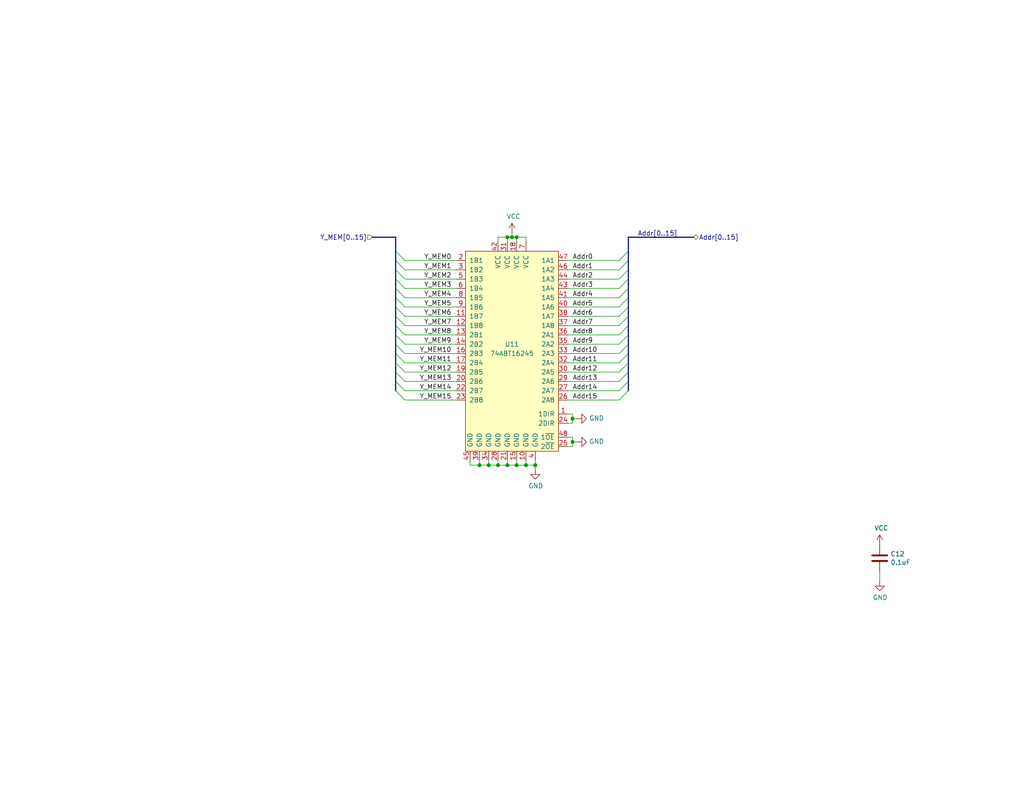
<source format=kicad_sch>
(kicad_sch (version 20250114) (generator "eeschema") (generator_version "9.0")
  (paper "USLetter")
  (title_block (title "MEM: Buffer ALUResult") (date "2025-07-01") (rev "A") (comment 4 "Buffer the effective address before it leaves the main board."))
  (lib_symbols
    (symbol "Device:C" (pin_numbers (hide yes)) (pin_names (offset 0.254))
      (property "Reference" "C" (at 0.635 2.54 0))
      (property "Value" "C" (at 0.635 -2.54 0))
      (symbol "C_0_1"
        (polyline (pts (xy -2.032 0.762) (xy 2.032 0.762)) (stroke (width 0.508)))
        (polyline (pts (xy -2.032 -0.762) (xy 2.032 -0.762)) (stroke (width 0.508)))
      )
      (symbol "C_1_1"
        (pin passive line (at 0 3.81 270) (length 2.794) (name "~") (number "1"))
        (pin passive line (at 0 -3.81 90) (length 2.794) (name "~") (number "2"))
      )
    )
    (symbol "Turtle16:74ABT16245" (pin_names (offset 1.016))
      (property "Reference" "U" (at 0 1.27 0))
      (property "Value" "74ABT16245" (at 0 -1.27 0))
      (symbol "74ABT16245_0_1"
        (rectangle (start -12.7 26.67) (end 12.7 -27.94) (fill (type background)))
      )
      (symbol "74ABT16245_1_1"
        (pin tri_state line (at -15.24 24.13 0) (length 2.54) (name "1A1") (number "47"))
        (pin tri_state line (at -15.24 21.59 0) (length 2.54) (name "1A2") (number "46"))
        (pin tri_state line (at -15.24 19.05 0) (length 2.54) (name "1A3") (number "44"))
        (pin tri_state line (at -15.24 16.51 0) (length 2.54) (name "1A4") (number "43"))
        (pin tri_state line (at -15.24 13.97 0) (length 2.54) (name "1A5") (number "41"))
        (pin tri_state line (at -15.24 11.43 0) (length 2.54) (name "1A6") (number "40"))
        (pin tri_state line (at -15.24 8.89 0) (length 2.54) (name "1A7") (number "38"))
        (pin tri_state line (at -15.24 6.35 0) (length 2.54) (name "1A8") (number "37"))
        (pin tri_state line (at -15.24 3.81 0) (length 2.54) (name "2A1") (number "36"))
        (pin tri_state line (at -15.24 1.27 0) (length 2.54) (name "2A2") (number "35"))
        (pin tri_state line (at -15.24 -1.27 0) (length 2.54) (name "2A3") (number "33"))
        (pin tri_state line (at -15.24 -3.81 0) (length 2.54) (name "2A4") (number "32"))
        (pin tri_state line (at -15.24 -6.35 0) (length 2.54) (name "2A5") (number "30"))
        (pin tri_state line (at -15.24 -8.89 0) (length 2.54) (name "2A6") (number "29"))
        (pin tri_state line (at -15.24 -11.43 0) (length 2.54) (name "2A7") (number "27"))
        (pin tri_state line (at -15.24 -13.97 0) (length 2.54) (name "2A8") (number "26"))
        (pin input line (at -15.24 -17.78 0) (length 2.54) (name "1DIR") (number "1"))
        (pin input line (at -15.24 -20.32 0) (length 2.54) (name "2DIR") (number "24"))
        (pin input line (at -15.24 -24.13 0) (length 2.54) (name "1~{OE}") (number "48"))
        (pin input line (at -15.24 -26.67 0) (length 2.54) (name "2~{OE}") (number "25"))
        (pin power_in line (at -6.35 -30.48 90) (length 2.54) (name "GND") (number "4"))
        (pin power_in line (at -3.81 29.21 270) (length 2.54) (name "VCC") (number "7"))
        (pin power_in line (at -3.81 -30.48 90) (length 2.54) (name "GND") (number "10"))
        (pin power_in line (at -1.27 29.21 270) (length 2.54) (name "VCC") (number "18"))
        (pin power_in line (at -1.27 -30.48 90) (length 2.54) (name "GND") (number "15"))
        (pin power_in line (at 1.27 29.21 270) (length 2.54) (name "VCC") (number "31"))
        (pin power_in line (at 1.27 -30.48 90) (length 2.54) (name "GND") (number "21"))
        (pin power_in line (at 3.81 29.21 270) (length 2.54) (name "VCC") (number "42"))
        (pin power_in line (at 3.81 -30.48 90) (length 2.54) (name "GND") (number "28"))
        (pin power_in line (at 6.35 -30.48 90) (length 2.54) (name "GND") (number "34"))
        (pin power_in line (at 8.89 -30.48 90) (length 2.54) (name "GND") (number "39"))
        (pin power_in line (at 11.43 -30.48 90) (length 2.54) (name "GND") (number "45"))
        (pin tri_state line (at 15.24 24.13 180) (length 2.54) (name "1B1") (number "2"))
        (pin tri_state line (at 15.24 21.59 180) (length 2.54) (name "1B2") (number "3"))
        (pin tri_state line (at 15.24 19.05 180) (length 2.54) (name "1B3") (number "5"))
        (pin tri_state line (at 15.24 16.51 180) (length 2.54) (name "1B4") (number "6"))
        (pin tri_state line (at 15.24 13.97 180) (length 2.54) (name "1B5") (number "8"))
        (pin tri_state line (at 15.24 11.43 180) (length 2.54) (name "1B6") (number "9"))
        (pin tri_state line (at 15.24 8.89 180) (length 2.54) (name "1B7") (number "11"))
        (pin tri_state line (at 15.24 6.35 180) (length 2.54) (name "1B8") (number "12"))
        (pin tri_state line (at 15.24 3.81 180) (length 2.54) (name "2B1") (number "13"))
        (pin tri_state line (at 15.24 1.27 180) (length 2.54) (name "2B2") (number "14"))
        (pin tri_state line (at 15.24 -1.27 180) (length 2.54) (name "2B3") (number "16"))
        (pin tri_state line (at 15.24 -3.81 180) (length 2.54) (name "2B4") (number "17"))
        (pin tri_state line (at 15.24 -6.35 180) (length 2.54) (name "2B5") (number "19"))
        (pin tri_state line (at 15.24 -8.89 180) (length 2.54) (name "2B6") (number "20"))
        (pin tri_state line (at 15.24 -11.43 180) (length 2.54) (name "2B7") (number "22"))
        (pin tri_state line (at 15.24 -13.97 180) (length 2.54) (name "2B8") (number "23"))
      )
    )
    (symbol "power:GND" (power) (pin_numbers (hide yes)) (pin_names (offset 0) (hide yes))
      (property "Value" "GND" (at 0 -3.81 0))
      (symbol "GND_0_1"
        (polyline (pts (xy 0 0) (xy 0 -1.27) (xy 1.27 -1.27) (xy 0 -2.54) (xy -1.27 -1.27) (xy 0 -1.27)))
      )
      (symbol "GND_1_1"
        (pin power_in line (at 0 0 270) (length 0) (name "~") (number "1"))
      )
    )
    (symbol "power:VCC" (power) (pin_numbers (hide yes)) (pin_names (offset 0) (hide yes))
      (property "Value" "VCC" (at 0 3.556 0))
      (symbol "VCC_0_1"
        (polyline (pts (xy -0.762 1.27) (xy 0 2.54)))
        (polyline (pts (xy 0 2.54) (xy 0.762 1.27)))
        (polyline (pts (xy 0 0) (xy 0 2.54)))
      )
      (symbol "VCC_1_1"
        (pin power_in line (at 0 0 90) (length 0) (name "~") (number "1"))
      )
    )
  )
  (junction (at 156.21 114.3))
  (junction (at 156.21 120.65))
  (junction (at 130.81 127))
  (junction (at 138.43 64.77))
  (junction (at 138.43 127))
  (junction (at 146.05 127))
  (junction (at 135.89 127))
  (junction (at 143.51 127))
  (junction (at 140.97 64.77))
  (junction (at 139.7 64.77))
  (junction (at 140.97 127))
  (junction (at 133.35 127))
  (bus_entry (at 110.49 88.9) (size -2.54 -2.54))
  (bus_entry (at 168.91 104.14) (size 2.54 -2.54))
  (bus_entry (at 110.49 91.44) (size -2.54 -2.54))
  (bus_entry (at 168.91 81.28) (size 2.54 -2.54))
  (bus_entry (at 110.49 81.28) (size -2.54 -2.54))
  (bus_entry (at 110.49 109.22) (size -2.54 -2.54))
  (bus_entry (at 168.91 101.6) (size 2.54 -2.54))
  (bus_entry (at 168.91 91.44) (size 2.54 -2.54))
  (bus_entry (at 110.49 93.98) (size -2.54 -2.54))
  (bus_entry (at 110.49 96.52) (size -2.54 -2.54))
  (bus_entry (at 168.91 71.12) (size 2.54 -2.54))
  (bus_entry (at 110.49 73.66) (size -2.54 -2.54))
  (bus_entry (at 110.49 71.12) (size -2.54 -2.54))
  (bus_entry (at 168.91 76.2) (size 2.54 -2.54))
  (bus_entry (at 168.91 106.68) (size 2.54 -2.54))
  (bus_entry (at 110.49 101.6) (size -2.54 -2.54))
  (bus_entry (at 110.49 83.82) (size -2.54 -2.54))
  (bus_entry (at 168.91 93.98) (size 2.54 -2.54))
  (bus_entry (at 168.91 109.22) (size 2.54 -2.54))
  (bus_entry (at 168.91 99.06) (size 2.54 -2.54))
  (bus_entry (at 110.49 104.14) (size -2.54 -2.54))
  (bus_entry (at 110.49 99.06) (size -2.54 -2.54))
  (bus_entry (at 168.91 96.52) (size 2.54 -2.54))
  (bus_entry (at 110.49 86.36) (size -2.54 -2.54))
  (bus_entry (at 168.91 88.9) (size 2.54 -2.54))
  (bus_entry (at 168.91 86.36) (size 2.54 -2.54))
  (bus_entry (at 168.91 78.74) (size 2.54 -2.54))
  (bus_entry (at 110.49 76.2) (size -2.54 -2.54))
  (bus_entry (at 110.49 106.68) (size -2.54 -2.54))
  (bus_entry (at 168.91 73.66) (size 2.54 -2.54))
  (bus_entry (at 168.91 83.82) (size 2.54 -2.54))
  (bus_entry (at 110.49 78.74) (size -2.54 -2.54))
  (wire (pts (xy 135.89 66.04) (xy 135.89 64.77)))
  (wire (pts (xy 168.91 93.98) (xy 154.94 93.98)))
  (wire (pts (xy 156.21 121.92) (xy 154.94 121.92)))
  (wire (pts (xy 168.91 106.68) (xy 154.94 106.68)))
  (wire (pts (xy 168.91 71.12) (xy 154.94 71.12)))
  (wire (pts (xy 143.51 127) (xy 143.51 125.73)))
  (wire (pts (xy 138.43 66.04) (xy 138.43 64.77)))
  (wire (pts (xy 156.21 115.57) (xy 154.94 115.57)))
  (wire (pts (xy 168.91 76.2) (xy 154.94 76.2)))
  (bus (pts (xy 171.45 68.58) (xy 171.45 71.12)))
  (wire (pts (xy 146.05 128.27) (xy 146.05 127)))
  (wire (pts (xy 138.43 127) (xy 135.89 127)))
  (bus (pts (xy 171.45 86.36) (xy 171.45 88.9)))
  (wire (pts (xy 110.49 106.68) (xy 124.46 106.68)))
  (bus (pts (xy 107.95 91.44) (xy 107.95 93.98)))
  (wire (pts (xy 110.49 88.9) (xy 124.46 88.9)))
  (wire (pts (xy 168.91 86.36) (xy 154.94 86.36)))
  (wire (pts (xy 110.49 101.6) (xy 124.46 101.6)))
  (wire (pts (xy 143.51 64.77) (xy 143.51 66.04)))
  (wire (pts (xy 140.97 127) (xy 143.51 127)))
  (bus (pts (xy 107.95 71.12) (xy 107.95 73.66)))
  (bus (pts (xy 171.45 81.28) (xy 171.45 83.82)))
  (wire (pts (xy 168.91 78.74) (xy 154.94 78.74)))
  (wire (pts (xy 110.49 81.28) (xy 124.46 81.28)))
  (wire (pts (xy 110.49 78.74) (xy 124.46 78.74)))
  (wire (pts (xy 157.48 120.65) (xy 156.21 120.65)))
  (wire (pts (xy 168.91 99.06) (xy 154.94 99.06)))
  (wire (pts (xy 135.89 127) (xy 135.89 125.73)))
  (wire (pts (xy 139.7 64.77) (xy 140.97 64.77)))
  (wire (pts (xy 168.91 88.9) (xy 154.94 88.9)))
  (wire (pts (xy 146.05 127) (xy 146.05 125.73)))
  (wire (pts (xy 140.97 127) (xy 140.97 125.73)))
  (wire (pts (xy 110.49 71.12) (xy 124.46 71.12)))
  (bus (pts (xy 107.95 78.74) (xy 107.95 81.28)))
  (wire (pts (xy 110.49 86.36) (xy 124.46 86.36)))
  (bus (pts (xy 107.95 83.82) (xy 107.95 86.36)))
  (wire (pts (xy 128.27 125.73) (xy 128.27 127)))
  (wire (pts (xy 110.49 83.82) (xy 124.46 83.82)))
  (wire (pts (xy 110.49 96.52) (xy 124.46 96.52)))
  (bus (pts (xy 107.95 93.98) (xy 107.95 96.52)))
  (bus (pts (xy 107.95 104.14) (xy 107.95 106.68)))
  (wire (pts (xy 110.49 73.66) (xy 124.46 73.66)))
  (wire (pts (xy 133.35 127) (xy 135.89 127)))
  (wire (pts (xy 140.97 66.04) (xy 140.97 64.77)))
  (wire (pts (xy 154.94 113.03) (xy 156.21 113.03)))
  (bus (pts (xy 107.95 64.77) (xy 107.95 68.58)))
  (bus (pts (xy 107.95 101.6) (xy 107.95 104.14)))
  (wire (pts (xy 139.7 63.5) (xy 139.7 64.77)))
  (wire (pts (xy 168.91 96.52) (xy 154.94 96.52)))
  (bus (pts (xy 171.45 73.66) (xy 171.45 76.2)))
  (wire (pts (xy 138.43 127) (xy 138.43 125.73)))
  (bus (pts (xy 171.45 93.98) (xy 171.45 96.52)))
  (wire (pts (xy 168.91 104.14) (xy 154.94 104.14)))
  (wire (pts (xy 154.94 119.38) (xy 156.21 119.38)))
  (wire (pts (xy 168.91 101.6) (xy 154.94 101.6)))
  (wire (pts (xy 156.21 120.65) (xy 156.21 121.92)))
  (bus (pts (xy 171.45 78.74) (xy 171.45 81.28)))
  (bus (pts (xy 107.95 81.28) (xy 107.95 83.82)))
  (bus (pts (xy 107.95 76.2) (xy 107.95 78.74)))
  (wire (pts (xy 168.91 91.44) (xy 154.94 91.44)))
  (bus (pts (xy 107.95 86.36) (xy 107.95 88.9)))
  (wire (pts (xy 156.21 114.3) (xy 156.21 115.57)))
  (wire (pts (xy 156.21 119.38) (xy 156.21 120.65)))
  (bus (pts (xy 171.45 99.06) (xy 171.45 101.6)))
  (bus (pts (xy 171.45 71.12) (xy 171.45 73.66)))
  (wire (pts (xy 130.81 127) (xy 133.35 127)))
  (wire (pts (xy 130.81 125.73) (xy 130.81 127)))
  (wire (pts (xy 168.91 83.82) (xy 154.94 83.82)))
  (wire (pts (xy 156.21 113.03) (xy 156.21 114.3)))
  (bus (pts (xy 171.45 91.44) (xy 171.45 93.98)))
  (bus (pts (xy 171.45 76.2) (xy 171.45 78.74)))
  (wire (pts (xy 135.89 64.77) (xy 138.43 64.77)))
  (bus (pts (xy 107.95 99.06) (xy 107.95 101.6)))
  (bus (pts (xy 171.45 88.9) (xy 171.45 91.44)))
  (wire (pts (xy 138.43 64.77) (xy 139.7 64.77)))
  (wire (pts (xy 110.49 104.14) (xy 124.46 104.14)))
  (wire (pts (xy 110.49 93.98) (xy 124.46 93.98)))
  (bus (pts (xy 171.45 104.14) (xy 171.45 106.68)))
  (bus (pts (xy 107.95 73.66) (xy 107.95 76.2)))
  (wire (pts (xy 128.27 127) (xy 130.81 127)))
  (wire (pts (xy 140.97 127) (xy 138.43 127)))
  (wire (pts (xy 168.91 109.22) (xy 154.94 109.22)))
  (wire (pts (xy 110.49 109.22) (xy 124.46 109.22)))
  (wire (pts (xy 140.97 64.77) (xy 143.51 64.77)))
  (bus (pts (xy 171.45 64.77) (xy 171.45 68.58)))
  (wire (pts (xy 110.49 99.06) (xy 124.46 99.06)))
  (bus (pts (xy 107.95 88.9) (xy 107.95 91.44)))
  (bus (pts (xy 107.95 68.58) (xy 107.95 71.12)))
  (wire (pts (xy 168.91 73.66) (xy 154.94 73.66)))
  (bus (pts (xy 171.45 96.52) (xy 171.45 99.06)))
  (wire (pts (xy 133.35 125.73) (xy 133.35 127)))
  (wire (pts (xy 110.49 91.44) (xy 124.46 91.44)))
  (wire (pts (xy 143.51 127) (xy 146.05 127)))
  (wire (pts (xy 157.48 114.3) (xy 156.21 114.3)))
  (bus (pts (xy 171.45 83.82) (xy 171.45 86.36)))
  (bus (pts (xy 171.45 101.6) (xy 171.45 104.14)))
  (wire (pts (xy 110.49 76.2) (xy 124.46 76.2)))
  (bus (pts (xy 107.95 96.52) (xy 107.95 99.06)))
  (bus (pts (xy 107.95 64.77) (xy 101.6 64.77)))
  (wire (pts (xy 168.91 81.28) (xy 154.94 81.28)))
  (wire (pts (xy 240.03 158.75) (xy 240.03 156.21)))
  (bus (pts (xy 171.45 64.77) (xy 189.23 64.77)))
  (label "Y_MEM3" (at 123.19 78.74 180))
  (label "Y_MEM15" (at 123.19 109.22 180))
  (label "Addr12" (at 156.21 101.6 0))
  (label "Y_MEM10" (at 123.19 96.52 180))
  (label "Y_MEM1" (at 123.19 73.66 180))
  (label "Addr10" (at 156.21 96.52 0))
  (label "Y_MEM0" (at 123.19 71.12 180))
  (label "Y_MEM14" (at 123.19 106.68 180))
  (label "Addr5" (at 156.21 83.82 0))
  (label "Y_MEM13" (at 123.19 104.14 180))
  (label "Y_MEM2" (at 123.19 76.2 180))
  (label "Addr9" (at 156.21 93.98 0))
  (label "Addr15" (at 156.21 109.22 0))
  (label "Addr11" (at 156.21 99.06 0))
  (label "Y_MEM7" (at 123.19 88.9 180))
  (label "Addr13" (at 156.21 104.14 0))
  (label "Addr[0..15]" (at 173.99 64.77 0))
  (label "Y_MEM8" (at 123.19 91.44 180))
  (label "Y_MEM12" (at 123.19 101.6 180))
  (label "Y_MEM9" (at 123.19 93.98 180))
  (label "Y_MEM6" (at 123.19 86.36 180))
  (label "Addr8" (at 156.21 91.44 0))
  (label "Addr3" (at 156.21 78.74 0))
  (label "Addr4" (at 156.21 81.28 0))
  (label "Y_MEM4" (at 123.19 81.28 180))
  (label "Addr1" (at 156.21 73.66 0))
  (label "Addr14" (at 156.21 106.68 0))
  (label "Y_MEM5" (at 123.19 83.82 180))
  (label "Y_MEM11" (at 123.19 99.06 180))
  (label "Addr6" (at 156.21 86.36 0))
  (label "Addr2" (at 156.21 76.2 0))
  (label "Addr0" (at 156.21 71.12 0))
  (label "Addr7" (at 156.21 88.9 0))
  (hierarchical_label "Addr[0..15]" (shape tri_state) (at 189.23 64.77 0))
  (hierarchical_label "Y_MEM[0..15]" (shape input) (at 101.6 64.77 180))
  (symbol (lib_id "Device:C") (at 240.03 152.4 0) (unit 1)
    (property "Reference" "C12" (at 242.951 151.2316 0) (effects (justify left)))
    (property "Value" "0.1uF" (at 242.951 153.543 0) (effects (justify left)))
    (property "Footprint" "Capacitor_SMD:C_0603_1608Metric" (effects (hide yes)))
    (property "Datasheet" "https://www.mouser.com/datasheet/2/396/taiyo_yuden_12132018_mlcc11_hq_e-1510082.pdf" (effects (hide yes)))
    (property "Manufacturer" "Taiyo Yuden" (effects (hide yes)))
    (property "Manufacturer#" "EMK107B7104KAHT" (effects (hide yes)))
    (property "Mouser#" "963-EMK107B7104KAHT" (effects (hide yes)))
    (property "Digikey#" "587-6004-1-ND" (effects (hide yes)))
  )
  (symbol (lib_id "power:VCC") (at 240.03 148.59 0) (unit 1)
    (property "Reference" "#PWR060" (effects (hide yes)))
    (property "Value" "VCC" (at 240.4618 144.1958 0))
    (property "Description" "Power symbol creates a global label with name \"VCC\"" (effects (hide yes)))
  )
  (symbol (lib_id "power:GND") (at 240.03 158.75 0) (unit 1)
    (property "Reference" "#PWR061" (effects (hide yes)))
    (property "Value" "GND" (at 240.157 163.1442 0))
    (property "Description" "Power symbol creates a global label with name \"GND\" , ground" (effects (hide yes)))
  )
  (symbol (lib_id "power:GND") (at 157.48 114.3 90) (unit 1)
    (property "Reference" "#PWR058" (effects (hide yes)))
    (property "Value" "GND" (at 160.7312 114.173 90) (effects (justify right)))
    (property "Description" "Power symbol creates a global label with name \"GND\" , ground" (effects (hide yes)))
  )
  (symbol (lib_id "Turtle16:74ABT16245") (at 139.7 95.25 0) (mirror y) (unit 1)
    (property "Reference" "U11" (at 139.7 93.98 0))
    (property "Value" "74ABT16245" (at 139.7 96.52 0))
    (property "Footprint" "Package_SO:TSSOP-48_6.1x12.5mm_P0.5mm" (effects (hide yes)))
    (property "Datasheet" "https://www.ti.com/general/docs/suppproductinfo.tsp?distId=26&gotoUrl=https://www.ti.com/lit/gpn/sn74abth16245" (effects (hide yes)))
    (property "Manufacturer" "Texas Instruments" (effects (hide yes)))
    (property "Manufacturer#" "SN74ABTH16245DGGR" (effects (hide yes)))
    (property "Mouser#" "595-SNABTH16245DGGR" (effects (hide yes)))
    (property "Digikey#" "296-4124-1-ND" (effects (hide yes)))
  )
  (symbol (lib_id "power:GND") (at 146.05 128.27 0) (unit 1)
    (property "Reference" "#PWR057" (effects (hide yes)))
    (property "Value" "GND" (at 146.177 132.6642 0))
    (property "Description" "Power symbol creates a global label with name \"GND\" , ground" (effects (hide yes)))
  )
  (symbol (lib_id "power:VCC") (at 139.7 63.5 0) (unit 1)
    (property "Reference" "#PWR056" (effects (hide yes)))
    (property "Value" "VCC" (at 140.1318 59.1058 0))
    (property "Description" "Power symbol creates a global label with name \"VCC\"" (effects (hide yes)))
  )
  (symbol (lib_id "power:GND") (at 157.48 120.65 90) (unit 1)
    (property "Reference" "#PWR059" (effects (hide yes)))
    (property "Value" "GND" (at 160.7312 120.523 90) (effects (justify right)))
    (property "Description" "Power symbol creates a global label with name \"GND\" , ground" (effects (hide yes)))
  )
)
</source>
